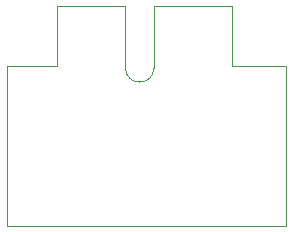
<source format=gbr>
%TF.GenerationSoftware,KiCad,Pcbnew,8.0.2-1*%
%TF.CreationDate,2024-09-13T14:37:29-04:00*%
%TF.ProjectId,Dummy Board,44756d6d-7920-4426-9f61-72642e6b6963,rev?*%
%TF.SameCoordinates,Original*%
%TF.FileFunction,Profile,NP*%
%FSLAX46Y46*%
G04 Gerber Fmt 4.6, Leading zero omitted, Abs format (unit mm)*
G04 Created by KiCad (PCBNEW 8.0.2-1) date 2024-09-13 14:37:29*
%MOMM*%
%LPD*%
G01*
G04 APERTURE LIST*
%TA.AperFunction,Profile*%
%ADD10C,0.050000*%
%TD*%
%TA.AperFunction,Profile*%
%ADD11C,0.120000*%
%TD*%
G04 APERTURE END LIST*
D10*
X126400000Y-92200000D02*
X150000000Y-92200000D01*
X126400000Y-87200000D02*
X126400000Y-92200000D01*
X150000000Y-87200000D02*
X150000000Y-92200000D01*
X130575000Y-78600000D02*
X126400000Y-78600000D01*
X150000000Y-87200000D02*
X150000000Y-80000000D01*
X126400000Y-87200000D02*
X126400000Y-80000000D01*
X150000000Y-78600000D02*
X150000000Y-80000000D01*
X126400000Y-80000000D02*
X126400000Y-78600000D01*
X145425000Y-78600000D02*
X150000000Y-78600000D01*
D11*
%TO.C,REF\u002A\u002A*%
X130575000Y-73600000D02*
X130575000Y-78600000D01*
X136405000Y-73600000D02*
X130575000Y-73600000D01*
X136405000Y-78800000D02*
X136405000Y-73600000D01*
X138805000Y-73600000D02*
X138805000Y-78800000D01*
X145425000Y-73600000D02*
X138805000Y-73600000D01*
X145425000Y-78600000D02*
X145425000Y-73600000D01*
X138805000Y-78800000D02*
G75*
G02*
X136405000Y-78800000I-1200000J0D01*
G01*
%TD*%
M02*

</source>
